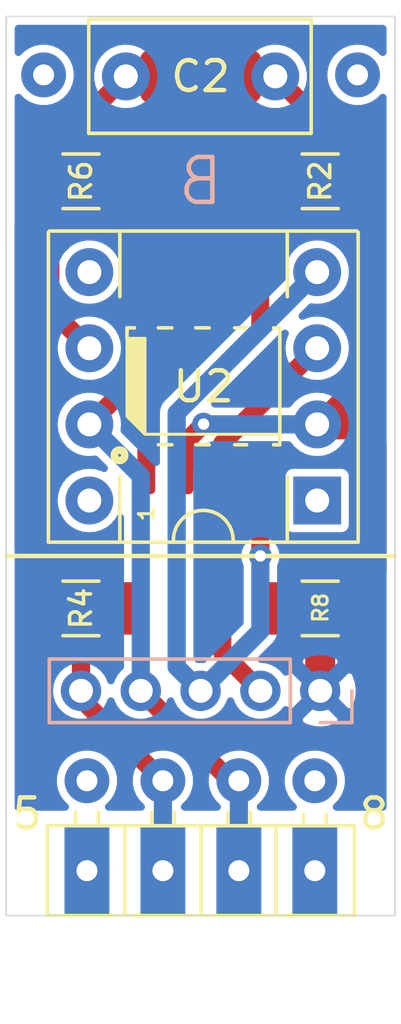
<source format=kicad_pcb>
(kicad_pcb (version 20171130) (host pcbnew "(5.1.2-1)-1")

  (general
    (thickness 0.8)
    (drawings 8)
    (tracks 59)
    (zones 0)
    (modules 10)
    (nets 16)
  )

  (page A4)
  (layers
    (0 F.Cu signal)
    (31 B.Cu signal)
    (32 B.Adhes user hide)
    (33 F.Adhes user hide)
    (36 B.SilkS user)
    (37 F.SilkS user)
    (38 B.Mask user)
    (39 F.Mask user)
    (40 Dwgs.User user)
    (41 Cmts.User user hide)
    (44 Edge.Cuts user)
    (45 Margin user hide)
    (46 B.CrtYd user hide)
    (47 F.CrtYd user)
    (48 B.Fab user hide)
    (49 F.Fab user hide)
  )

  (setup
    (last_trace_width 0.1524)
    (user_trace_width 0.25)
    (user_trace_width 0.28)
    (user_trace_width 0.3)
    (user_trace_width 0.35)
    (user_trace_width 0.4)
    (user_trace_width 0.5)
    (user_trace_width 1)
    (trace_clearance 0.1524)
    (zone_clearance 0.254)
    (zone_45_only no)
    (trace_min 0.1524)
    (via_size 0.508)
    (via_drill 0.254)
    (via_min_size 0.508)
    (via_min_drill 0.254)
    (uvia_size 0.508)
    (uvia_drill 0.254)
    (uvias_allowed no)
    (uvia_min_size 0.2)
    (uvia_min_drill 0.1)
    (edge_width 0.15)
    (segment_width 0.1)
    (pcb_text_width 0.3)
    (pcb_text_size 1.5 1.5)
    (mod_edge_width 0.15)
    (mod_text_size 1 1)
    (mod_text_width 0.15)
    (pad_size 1.5 1.5)
    (pad_drill 0.7)
    (pad_to_mask_clearance 0.051)
    (solder_mask_min_width 0.25)
    (aux_axis_origin 0 0)
    (grid_origin 125 89)
    (visible_elements FFFFFF7F)
    (pcbplotparams
      (layerselection 0x010fc_ffffffff)
      (usegerberextensions false)
      (usegerberattributes false)
      (usegerberadvancedattributes false)
      (creategerberjobfile false)
      (excludeedgelayer true)
      (linewidth 0.100000)
      (plotframeref false)
      (viasonmask false)
      (mode 1)
      (useauxorigin false)
      (hpglpennumber 1)
      (hpglpenspeed 20)
      (hpglpendiameter 15.000000)
      (psnegative false)
      (psa4output false)
      (plotreference true)
      (plotvalue true)
      (plotinvisibletext false)
      (padsonsilk false)
      (subtractmaskfromsilk false)
      (outputformat 1)
      (mirror false)
      (drillshape 1)
      (scaleselection 1)
      (outputdirectory ""))
  )

  (net 0 "")
  (net 1 "Net-(C2-Pad2)")
  (net 2 "Net-(C2-Pad1)")
  (net 3 "Net-(J1-Pad1)")
  (net 4 "Net-(R6-Pad2)")
  (net 5 "Net-(U2-Pad8)")
  (net 6 "Net-(U2-Pad5)")
  (net 7 "Net-(U2-Pad1)")
  (net 8 "Net-(J12-Pad4)")
  (net 9 "Net-(J12-Pad1)")
  (net 10 "Net-(J14-Pad1)")
  (net 11 "Net-(J16-Pad1)")
  (net 12 "Net-(J1-Pad4)")
  (net 13 "Net-(J1-Pad5)")
  (net 14 "Net-(J1-Pad2)")
  (net 15 "Net-(J1-Pad3)")

  (net_class Default "This is the default net class."
    (clearance 0.1524)
    (trace_width 0.1524)
    (via_dia 0.508)
    (via_drill 0.254)
    (uvia_dia 0.508)
    (uvia_drill 0.254)
  )

  (net_class SMD ""
    (clearance 0.1524)
    (trace_width 0.254)
    (via_dia 0.508)
    (via_drill 0.254)
    (uvia_dia 0.508)
    (uvia_drill 0.254)
  )

  (net_class grounds ""
    (clearance 0.254)
    (trace_width 1)
    (via_dia 0.762)
    (via_drill 0.381)
    (uvia_dia 0.762)
    (uvia_drill 0.381)
  )

  (net_class power ""
    (clearance 0.254)
    (trace_width 1)
    (via_dia 0.762)
    (via_drill 0.254)
    (uvia_dia 0.508)
    (uvia_drill 0.254)
  )

  (net_class signal ""
    (clearance 0.2)
    (trace_width 0.6096)
    (via_dia 0.762)
    (via_drill 0.381)
    (uvia_dia 0.762)
    (uvia_drill 0.381)
    (add_net "Net-(C2-Pad1)")
    (add_net "Net-(C2-Pad2)")
    (add_net "Net-(J1-Pad1)")
    (add_net "Net-(J1-Pad2)")
    (add_net "Net-(J1-Pad3)")
    (add_net "Net-(J1-Pad4)")
    (add_net "Net-(J1-Pad5)")
    (add_net "Net-(J12-Pad1)")
    (add_net "Net-(J12-Pad4)")
    (add_net "Net-(J14-Pad1)")
    (add_net "Net-(J16-Pad1)")
    (add_net "Net-(R6-Pad2)")
    (add_net "Net-(U2-Pad1)")
    (add_net "Net-(U2-Pad5)")
    (add_net "Net-(U2-Pad8)")
  )

  (net_class soic ""
    (clearance 0.1524)
    (trace_width 0.4)
    (via_dia 0.508)
    (via_drill 0.254)
    (uvia_dia 0.508)
    (uvia_drill 0.254)
  )

  (module "Duallys:R_0805(1206)combo" (layer F.Cu) (tedit 5FE133FD) (tstamp 5FDB751B)
    (at 135.5 78.75 180)
    (descr "Resistor SMD 1206 (3216 Metric), square (rectangular) end terminal, IPC_7351 nominal, (Body size source: http://www.tortai-tech.com/upload/download/2011102023233369053.pdf), generated with kicad-footprint-generator")
    (tags resistor)
    (path /64E9D145)
    (attr smd)
    (fp_text reference R8 (at -0.01 0.02 270) (layer F.SilkS)
      (effects (font (size 0.5 0.5) (thickness 0.1)))
    )
    (fp_text value 21R5 (at 0 1.82) (layer F.Fab)
      (effects (font (size 1 1) (thickness 0.15)))
    )
    (fp_text user %R (at 0 0) (layer F.Fab)
      (effects (font (size 0.8 0.8) (thickness 0.12)))
    )
    (fp_line (start 2.28 1.12) (end -2.28 1.12) (layer F.CrtYd) (width 0.05))
    (fp_line (start 2.28 -1.12) (end 2.28 1.12) (layer F.CrtYd) (width 0.05))
    (fp_line (start -2.28 -1.12) (end 2.28 -1.12) (layer F.CrtYd) (width 0.05))
    (fp_line (start -2.28 1.12) (end -2.28 -1.12) (layer F.CrtYd) (width 0.05))
    (fp_line (start -0.602064 0.91) (end 0.602064 0.91) (layer F.SilkS) (width 0.12))
    (fp_line (start -0.602064 -0.91) (end 0.602064 -0.91) (layer F.SilkS) (width 0.12))
    (fp_line (start 1.6 0.8) (end -1.6 0.8) (layer F.Fab) (width 0.1))
    (fp_line (start 1.6 -0.8) (end 1.6 0.8) (layer F.Fab) (width 0.1))
    (fp_line (start -1.6 -0.8) (end 1.6 -0.8) (layer F.Fab) (width 0.1))
    (fp_line (start -1.6 0.8) (end -1.6 -0.8) (layer F.Fab) (width 0.1))
    (pad 2 smd roundrect (at 1.025 0 180) (size 1.15 1.4) (layers F.Cu F.Paste F.Mask) (roundrect_rratio 0.217)
      (net 3 "Net-(J1-Pad1)"))
    (pad 1 smd roundrect (at -1.025 0 180) (size 1.15 1.4) (layers F.Cu F.Paste F.Mask) (roundrect_rratio 0.217)
      (net 2 "Net-(C2-Pad1)"))
    (pad 2 smd roundrect (at 1.4 0 180) (size 1.25 1.75) (layers F.Cu F.Paste F.Mask) (roundrect_rratio 0.2)
      (net 3 "Net-(J1-Pad1)"))
    (pad 1 smd roundrect (at -1.4 0 180) (size 1.25 1.75) (layers F.Cu F.Paste F.Mask) (roundrect_rratio 0.2)
      (net 2 "Net-(C2-Pad1)"))
    (model ${KISYS3DMOD}/Resistor_SMD.3dshapes/R_0805_2012Metric.wrl
      (at (xyz 0 0 0))
      (scale (xyz 1 1 1))
      (rotate (xyz 0 0 0))
    )
  )

  (module Duallys:Kemet-33nF (layer F.Cu) (tedit 5FDBED7D) (tstamp 5FD6C921)
    (at 134 61 180)
    (descr "C, Rect series, Radial, pin pitch=5.00mm, , length*width=7.2*5.5mm^2, Capacitor, http://www.wima.com/EN/WIMA_FKS_2.pdf")
    (tags "C Rect series Radial pin pitch 5.00mm  length 7.2mm width 5.5mm Capacitor")
    (path /64E9A2A2)
    (fp_text reference C2 (at 2.5 0) (layer F.SilkS)
      (effects (font (size 1 1) (thickness 0.15)))
    )
    (fp_text value 33n (at 2.5 3.6) (layer F.SilkS) hide
      (effects (font (size 1 1) (thickness 0.15)))
    )
    (fp_line (start 6.35 -2) (end -1.3 -2) (layer F.CrtYd) (width 0.05))
    (fp_line (start 6.35 2) (end 6.35 -2) (layer F.CrtYd) (width 0.05))
    (fp_line (start -1.3 2) (end 6.35 2) (layer F.CrtYd) (width 0.05))
    (fp_line (start -1.3 -2) (end -1.3 2) (layer F.CrtYd) (width 0.05))
    (fp_line (start 6.24 -1.9) (end 6.24 1.9) (layer F.SilkS) (width 0.12))
    (fp_line (start -1.2 -1.9) (end -1.2 1.9) (layer F.SilkS) (width 0.12))
    (fp_line (start -1.2 1.9) (end 6.24 1.9) (layer F.SilkS) (width 0.12))
    (fp_line (start -1.2 -1.9) (end 6.24 -1.9) (layer F.SilkS) (width 0.12))
    (fp_line (start 6.1 -1.75) (end -1.1 -1.75) (layer F.Fab) (width 0.1))
    (fp_line (start 6.1 1.75) (end 6.1 -1.75) (layer F.Fab) (width 0.1))
    (fp_line (start -1.1 1.75) (end 6.1 1.75) (layer F.Fab) (width 0.1))
    (fp_line (start -1.1 -1.75) (end -1.1 1.75) (layer F.Fab) (width 0.1))
    (pad 2 smd roundrect (at 3.9 0 180) (size 1.25 1.75) (layers F.Cu F.Paste F.Mask) (roundrect_rratio 0.25)
      (net 1 "Net-(C2-Pad2)"))
    (pad 1 smd roundrect (at 1.1 0 180) (size 1.25 1.75) (layers F.Cu F.Paste F.Mask) (roundrect_rratio 0.25)
      (net 2 "Net-(C2-Pad1)"))
    (pad 2 thru_hole circle (at 5 0 180) (size 1.6 1.6) (drill 0.8) (layers *.Cu *.Mask)
      (net 1 "Net-(C2-Pad2)"))
    (pad 1 thru_hole circle (at 0 0 180) (size 1.6 1.6) (drill 0.8) (layers *.Cu *.Mask)
      (net 2 "Net-(C2-Pad1)"))
    (model ${KIPRJMOD}/Lib/3D/Kem-PHE-33n.step
      (at (xyz 0 0 0))
      (scale (xyz 1 1 1))
      (rotate (xyz 0 0 0))
    )
  )

  (module Duallys:DIPSO_Socket_LOMC-Single (layer F.Cu) (tedit 5F85D809) (tstamp 5FDBF10E)
    (at 135.4 75.15 180)
    (descr "8-lead though-hole mounted DIP package, row spacing 7.62 mm (300 mils), Socket")
    (tags "THT DIP DIL PDIP 2.54mm 7.62mm 300mil Socket")
    (path /6497E1F1)
    (fp_text reference U2 (at 3.8 3.8) (layer F.SilkS)
      (effects (font (size 1 1) (thickness 0.15)))
    )
    (fp_text value OPA1611 (at 3.81 9.95) (layer F.Fab)
      (effects (font (size 1 1) (thickness 0.15)))
    )
    (fp_line (start 1 -1.3) (end 1 0.8) (layer F.SilkS) (width 0.12))
    (fp_line (start 6.6 -1.3) (end 6.6 0.8) (layer F.SilkS) (width 0.12))
    (fp_line (start 6.6 8.9) (end 6.6 6.8) (layer F.SilkS) (width 0.12))
    (fp_line (start 1 6.8) (end 1 8.9) (layer F.SilkS) (width 0.12))
    (fp_line (start 6.36 5.76) (end 6.11 5.76) (layer F.SilkS) (width 0.12))
    (fp_line (start 6.36 5.41) (end 6.36 5.76) (layer F.SilkS) (width 0.12))
    (fp_poly (pts (xy 5.76 2.21) (xy 6.36 2.81) (xy 6.36 5.41) (xy 5.76 5.41)) (layer F.SilkS) (width 0.1))
    (fp_text user 1 (at 5.71 -0.44 90 unlocked) (layer F.SilkS)
      (effects (font (size 0.5 0.5) (thickness 0.1)))
    )
    (fp_circle (center 6.61 1.51) (end 6.61 1.56) (layer F.SilkS) (width 0.12))
    (fp_line (start 1.26 2.21) (end 5.76 2.21) (layer F.SilkS) (width 0.1))
    (fp_circle (center 6.61 1.51) (end 6.61 1.71) (layer F.SilkS) (width 0.2))
    (fp_line (start 1.25 5.76) (end 1.46 5.76) (layer F.SilkS) (width 0.12))
    (fp_line (start 1.25 1.86) (end 1.46 1.86) (layer F.SilkS) (width 0.12))
    (fp_line (start 2.76 5.76) (end 2.36 5.76) (layer F.SilkS) (width 0.12))
    (fp_line (start 4.06 5.76) (end 3.61 5.76) (layer F.SilkS) (width 0.12))
    (fp_line (start 5.31 5.76) (end 4.86 5.76) (layer F.SilkS) (width 0.12))
    (fp_line (start 2.76 1.86) (end 2.36 1.86) (layer F.SilkS) (width 0.12))
    (fp_line (start 4.06 1.86) (end 3.61 1.86) (layer F.SilkS) (width 0.12))
    (fp_line (start 5.31 1.86) (end 4.86 1.86) (layer F.SilkS) (width 0.12))
    (fp_line (start 1.25 3.81) (end 1.25 1.86) (layer F.SilkS) (width 0.12))
    (fp_line (start 1.25 3.81) (end 1.25 5.76) (layer F.SilkS) (width 0.12))
    (fp_text user %R (at 3.81 3.81) (layer F.Fab)
      (effects (font (size 1 1) (thickness 0.15)))
    )
    (fp_line (start 9.1 -1.5) (end -1.5 -1.5) (layer F.CrtYd) (width 0.05))
    (fp_line (start 9.1 9.1) (end 9.1 -1.5) (layer F.CrtYd) (width 0.05))
    (fp_line (start -1.5 9.1) (end 9.1 9.1) (layer F.CrtYd) (width 0.05))
    (fp_line (start -1.5 -1.5) (end -1.5 9.1) (layer F.CrtYd) (width 0.05))
    (fp_line (start 8.95 -1.39) (end -1.33 -1.39) (layer F.SilkS) (width 0.12))
    (fp_line (start 8.99 8.95) (end 8.99 -1.39) (layer F.SilkS) (width 0.12))
    (fp_line (start -1.33 8.99) (end 8.95 8.99) (layer F.SilkS) (width 0.12))
    (fp_line (start -1.37 -1.39) (end -1.37 8.95) (layer F.SilkS) (width 0.12))
    (fp_line (start 8.89 -1.27) (end -1.27 -1.27) (layer F.Fab) (width 0.1))
    (fp_line (start 8.89 8.89) (end 8.89 -1.27) (layer F.Fab) (width 0.1))
    (fp_line (start -1.27 8.89) (end 8.89 8.89) (layer F.Fab) (width 0.1))
    (fp_line (start -1.27 -1.27) (end -1.27 8.89) (layer F.Fab) (width 0.1))
    (fp_arc (start 3.81 -1.33) (end 2.81 -1.33) (angle -180) (layer F.SilkS) (width 0.12))
    (pad "" smd roundrect (at 5.715 6.535 90) (size 1.75 0.6) (layers F.Cu F.Paste F.Mask) (roundrect_rratio 0.25))
    (pad 7 smd roundrect (at 4.445 6.535 90) (size 1.75 0.6) (layers F.Cu F.Paste F.Mask) (roundrect_rratio 0.25)
      (net 12 "Net-(J1-Pad4)"))
    (pad 6 smd roundrect (at 3.175 6.535 90) (size 1.75 0.6) (layers F.Cu F.Paste F.Mask) (roundrect_rratio 0.25)
      (net 4 "Net-(R6-Pad2)"))
    (pad "" smd roundrect (at 1.905 6.535 90) (size 1.75 0.6) (layers F.Cu F.Paste F.Mask) (roundrect_rratio 0.25))
    (pad 4 smd roundrect (at 1.905 1.085 90) (size 1.75 0.6) (layers F.Cu F.Paste F.Mask) (roundrect_rratio 0.25)
      (net 15 "Net-(J1-Pad3)"))
    (pad 3 smd roundrect (at 3.175 1.085 90) (size 1.75 0.6) (layers F.Cu F.Paste F.Mask) (roundrect_rratio 0.25)
      (net 14 "Net-(J1-Pad2)"))
    (pad 2 smd roundrect (at 4.445 1.085 90) (size 1.75 0.6) (layers F.Cu F.Paste F.Mask) (roundrect_rratio 0.25)
      (net 2 "Net-(C2-Pad1)"))
    (pad "" smd roundrect (at 5.715 1.085 90) (size 1.75 0.6) (layers F.Cu F.Paste F.Mask) (roundrect_rratio 0.25))
    (pad 8 thru_hole oval (at 7.62 0 180) (size 1.6 1.6) (drill 0.8) (layers *.Cu *.Mask)
      (net 5 "Net-(U2-Pad8)"))
    (pad 4 thru_hole oval (at 0 7.62 180) (size 1.6 1.6) (drill 0.8) (layers *.Cu *.Mask)
      (net 15 "Net-(J1-Pad3)"))
    (pad 7 thru_hole oval (at 7.62 2.54 180) (size 1.6 1.6) (drill 0.8) (layers *.Cu *.Mask)
      (net 12 "Net-(J1-Pad4)"))
    (pad 3 thru_hole oval (at 0 5.08 180) (size 1.6 1.6) (drill 0.8) (layers *.Cu *.Mask)
      (net 14 "Net-(J1-Pad2)"))
    (pad 6 thru_hole oval (at 7.62 5.08 180) (size 1.6 1.6) (drill 0.8) (layers *.Cu *.Mask)
      (net 4 "Net-(R6-Pad2)"))
    (pad 2 thru_hole oval (at 0 2.54 180) (size 1.6 1.6) (drill 0.8) (layers *.Cu *.Mask)
      (net 2 "Net-(C2-Pad1)"))
    (pad 5 thru_hole oval (at 7.62 7.62 180) (size 1.6 1.6) (drill 0.8) (layers *.Cu *.Mask)
      (net 6 "Net-(U2-Pad5)"))
    (pad 1 thru_hole rect (at 0 0 180) (size 1.6 1.6) (drill 0.8) (layers *.Cu *.Mask)
      (net 7 "Net-(U2-Pad1)"))
    (model ${KISYS3DMOD}/Package_DIP.3dshapes/DIP-8_W7.62mm_Socket.wrl
      (at (xyz 0 0 0))
      (scale (xyz 1 1 1))
      (rotate (xyz 0 0 0))
    )
  )

  (module Duallys:ThruPoint_THT_D1.5mm_Drill0.7mm (layer F.Cu) (tedit 5FD4F26B) (tstamp 5FD6537A)
    (at 126.25 60.95)
    (descr "THT pad as test Point, diameter 1.5mm, hole diameter 0.7mm")
    (tags "test point THT pad")
    (path /5FD68FBA)
    (attr virtual)
    (fp_text reference J14 (at 0 -1.648) (layer F.Fab)
      (effects (font (size 1 1) (thickness 0.15)))
    )
    (fp_text value Supt (at 0 1.75) (layer F.Fab)
      (effects (font (size 1 1) (thickness 0.15)))
    )
    (fp_text user %R (at 0 -1.65) (layer F.Fab)
      (effects (font (size 1 1) (thickness 0.15)))
    )
    (pad 1 thru_hole circle (at 0 0) (size 1.5 1.5) (drill 0.7) (layers *.Cu *.Mask)
      (net 10 "Net-(J14-Pad1)"))
  )

  (module Duallys:ThruPoint_THT_D1.5mm_Drill0.7mm (layer F.Cu) (tedit 5FD4F26B) (tstamp 5FD65386)
    (at 136.75 60.95)
    (descr "THT pad as test Point, diameter 1.5mm, hole diameter 0.7mm")
    (tags "test point THT pad")
    (path /5FD68062)
    (attr virtual)
    (fp_text reference J16 (at 0 -1.648) (layer F.Fab)
      (effects (font (size 1 1) (thickness 0.15)))
    )
    (fp_text value Supt (at 0 1.75) (layer F.Fab)
      (effects (font (size 1 1) (thickness 0.15)))
    )
    (fp_text user %R (at 0 -1.65) (layer F.Fab)
      (effects (font (size 1 1) (thickness 0.15)))
    )
    (pad 1 thru_hole circle (at 0 0) (size 1.5 1.5) (drill 0.7) (layers *.Cu *.Mask)
      (net 11 "Net-(J16-Pad1)"))
  )

  (module Duallys:Combo-4P-Preci-2 (layer F.Cu) (tedit 5FD78565) (tstamp 5FD7F847)
    (at 127.7 84.5)
    (descr "Through hole angled pin header, 1x04, 2.54mm pitch, 6mm pin length, single row")
    (tags "Through hole angled pin header THT 1x04 2.54mm single row")
    (path /5F617894)
    (fp_text reference J12 (at 3.86 -1.67) (layer F.SilkS) hide
      (effects (font (size 1 1) (thickness 0.15)))
    )
    (fp_text value Conn_01x04 (at 4.14 8.96) (layer F.Fab)
      (effects (font (size 1 1) (thickness 0.15)))
    )
    (fp_text user %R (at 3.82 5.94) (layer F.Fab)
      (effects (font (size 1 1) (thickness 0.15)))
    )
    (fp_line (start 8.92 8.1) (end 8.92 -0.9) (layer F.CrtYd) (width 0.05))
    (fp_line (start -1.33 8.1) (end 8.92 8.1) (layer F.CrtYd) (width 0.05))
    (fp_line (start -1.33 -0.9) (end -1.33 8.1) (layer F.CrtYd) (width 0.05))
    (fp_line (start 8.92 -0.9) (end -1.33 -0.9) (layer F.CrtYd) (width 0.05))
    (fp_line (start -0.38 1.042929) (end -0.38 1.44) (layer F.SilkS) (width 0.12))
    (fp_line (start 0.38 1.042929) (end 0.38 1.44) (layer F.SilkS) (width 0.12))
    (fp_line (start 1.27 1.5) (end 1.27 4.5) (layer F.SilkS) (width 0.12))
    (fp_line (start 2.16 1.042929) (end 2.16 1.44) (layer F.SilkS) (width 0.12))
    (fp_line (start 2.92 1.042929) (end 2.92 1.44) (layer F.SilkS) (width 0.12))
    (fp_line (start 3.82 1.5) (end 3.82 4.5) (layer F.SilkS) (width 0.12))
    (fp_line (start 4.7 1.042929) (end 4.7 1.44) (layer F.SilkS) (width 0.12))
    (fp_line (start 5.46 1.042929) (end 5.46 1.44) (layer F.SilkS) (width 0.12))
    (fp_line (start 6.32 1.5) (end 6.32 4.5) (layer F.SilkS) (width 0.12))
    (fp_line (start 7.24 1.11) (end 7.24 1.44) (layer F.SilkS) (width 0.12))
    (fp_line (start 8 1.11) (end 8 1.44) (layer F.SilkS) (width 0.12))
    (fp_line (start 8.95 4.5) (end 8.95 1.5) (layer F.SilkS) (width 0.12))
    (fp_line (start -1.33 4.5) (end 8.95 4.5) (layer F.SilkS) (width 0.12))
    (fp_line (start -1.33 1.5) (end -1.33 4.5) (layer F.SilkS) (width 0.12))
    (fp_line (start 8.95 1.5) (end -1.33 1.5) (layer F.SilkS) (width 0.12))
    (fp_line (start -0.32 4.54) (end -0.32 8) (layer F.Fab) (width 0.1))
    (fp_line (start 0.32 8) (end -0.32 8) (layer F.Fab) (width 0.1))
    (fp_line (start 0.32 4.54) (end 0.32 8) (layer F.Fab) (width 0.1))
    (fp_line (start -0.32 0) (end -0.32 1.5) (layer F.Fab) (width 0.1))
    (fp_line (start 0.32 0) (end -0.32 0) (layer F.Fab) (width 0.1))
    (fp_line (start 0.32 0) (end 0.32 1.5) (layer F.Fab) (width 0.1))
    (fp_line (start 2.22 4.54) (end 2.22 8) (layer F.Fab) (width 0.1))
    (fp_line (start 2.86 8) (end 2.22 8) (layer F.Fab) (width 0.1))
    (fp_line (start 2.86 4.54) (end 2.86 8) (layer F.Fab) (width 0.1))
    (fp_line (start 2.22 0) (end 2.22 1.5) (layer F.Fab) (width 0.1))
    (fp_line (start 2.86 0) (end 2.22 0) (layer F.Fab) (width 0.1))
    (fp_line (start 2.86 0) (end 2.86 1.5) (layer F.Fab) (width 0.1))
    (fp_line (start 4.76 4.54) (end 4.76 8) (layer F.Fab) (width 0.1))
    (fp_line (start 5.4 8) (end 4.76 8) (layer F.Fab) (width 0.1))
    (fp_line (start 5.4 4.54) (end 5.4 8) (layer F.Fab) (width 0.1))
    (fp_line (start 4.76 0) (end 4.76 1.5) (layer F.Fab) (width 0.1))
    (fp_line (start 5.4 0) (end 4.76 0) (layer F.Fab) (width 0.1))
    (fp_line (start 5.4 0) (end 5.4 1.5) (layer F.Fab) (width 0.1))
    (fp_line (start 7.3 4.54) (end 7.3 8) (layer F.Fab) (width 0.1))
    (fp_line (start 7.94 8) (end 7.3 8) (layer F.Fab) (width 0.1))
    (fp_line (start 7.94 4.54) (end 7.94 8) (layer F.Fab) (width 0.1))
    (fp_line (start 7.3 0) (end 7.3 1.5) (layer F.Fab) (width 0.1))
    (fp_line (start 7.94 0) (end 7.3 0) (layer F.Fab) (width 0.1))
    (fp_line (start 7.94 0) (end 7.94 1.5) (layer F.Fab) (width 0.1))
    (fp_line (start 8.27 1.55) (end 8.89 2.135) (layer F.Fab) (width 0.1))
    (fp_line (start -1.28 1.55) (end 8.27 1.55) (layer F.Fab) (width 0.1))
    (fp_line (start -1.28 4.5) (end -1.28 1.55) (layer F.Fab) (width 0.1))
    (fp_line (start 8.88 4.5) (end -1.28 4.5) (layer F.Fab) (width 0.1))
    (fp_line (start 8.89 2.135) (end 8.88 4.5) (layer F.Fab) (width 0.1))
    (pad 1 thru_hole rect (at 0 3 270) (size 3 1.5) (drill 0.7) (layers *.Cu *.Mask)
      (net 9 "Net-(J12-Pad1)"))
    (pad 2 thru_hole rect (at 2.54 3 270) (size 3 1.5) (drill 0.7) (layers *.Cu *.Mask)
      (net 13 "Net-(J1-Pad5)"))
    (pad 3 thru_hole rect (at 5.08 3 270) (size 3 1.5) (drill 0.7) (layers *.Cu *.Mask)
      (net 12 "Net-(J1-Pad4)"))
    (pad 4 thru_hole rect (at 7.62 3 270) (size 3 1.5) (drill 0.7) (layers *.Cu *.Mask)
      (net 8 "Net-(J12-Pad4)"))
    (pad 1 thru_hole circle (at 0 0 270) (size 1.5 1.5) (drill 0.7) (layers *.Cu *.Mask)
      (net 9 "Net-(J12-Pad1)"))
    (pad 2 thru_hole circle (at 2.54 0 270) (size 1.5 1.5) (drill 0.7) (layers *.Cu *.Mask)
      (net 13 "Net-(J1-Pad5)"))
    (pad 3 thru_hole circle (at 5.08 0 270) (size 1.5 1.5) (drill 0.7) (layers *.Cu *.Mask)
      (net 12 "Net-(J1-Pad4)"))
    (pad 4 thru_hole circle (at 7.62 0 270) (size 1.5 1.5) (drill 0.7) (layers *.Cu *.Mask)
      (net 8 "Net-(J12-Pad4)"))
    (model ${KIPRJMOD}/lib/3d/preci-dip_399.stp
      (offset (xyz 3.81 -1.55 1.27))
      (scale (xyz 1 1 1))
      (rotate (xyz 0 180 180))
    )
  )

  (module Resistor_SMD:R_1206_3216Metric (layer F.Cu) (tedit 5B301BBD) (tstamp 5FDB74BB)
    (at 135.5 64.5)
    (descr "Resistor SMD 1206 (3216 Metric), square (rectangular) end terminal, IPC_7351 nominal, (Body size source: http://www.tortai-tech.com/upload/download/2011102023233369053.pdf), generated with kicad-footprint-generator")
    (tags resistor)
    (path /64E97252)
    (attr smd)
    (fp_text reference R2 (at 0 0 90) (layer F.SilkS)
      (effects (font (size 0.7 0.7) (thickness 0.12)))
    )
    (fp_text value 2k26 (at 0 1.82) (layer F.Fab)
      (effects (font (size 1 1) (thickness 0.15)))
    )
    (fp_text user %R (at 0 0) (layer F.Fab)
      (effects (font (size 0.8 0.8) (thickness 0.12)))
    )
    (fp_line (start 2.28 1.12) (end -2.28 1.12) (layer F.CrtYd) (width 0.05))
    (fp_line (start 2.28 -1.12) (end 2.28 1.12) (layer F.CrtYd) (width 0.05))
    (fp_line (start -2.28 -1.12) (end 2.28 -1.12) (layer F.CrtYd) (width 0.05))
    (fp_line (start -2.28 1.12) (end -2.28 -1.12) (layer F.CrtYd) (width 0.05))
    (fp_line (start -0.602064 0.91) (end 0.602064 0.91) (layer F.SilkS) (width 0.12))
    (fp_line (start -0.602064 -0.91) (end 0.602064 -0.91) (layer F.SilkS) (width 0.12))
    (fp_line (start 1.6 0.8) (end -1.6 0.8) (layer F.Fab) (width 0.1))
    (fp_line (start 1.6 -0.8) (end 1.6 0.8) (layer F.Fab) (width 0.1))
    (fp_line (start -1.6 -0.8) (end 1.6 -0.8) (layer F.Fab) (width 0.1))
    (fp_line (start -1.6 0.8) (end -1.6 -0.8) (layer F.Fab) (width 0.1))
    (pad 2 smd roundrect (at 1.4 0) (size 1.25 1.75) (layers F.Cu F.Paste F.Mask) (roundrect_rratio 0.2)
      (net 2 "Net-(C2-Pad1)"))
    (pad 1 smd roundrect (at -1.4 0) (size 1.25 1.75) (layers F.Cu F.Paste F.Mask) (roundrect_rratio 0.2)
      (net 1 "Net-(C2-Pad2)"))
    (model ${KISYS3DMOD}/Resistor_SMD.3dshapes/R_1206_3216Metric.wrl
      (at (xyz 0 0 0))
      (scale (xyz 1 1 1))
      (rotate (xyz 0 0 0))
    )
  )

  (module Resistor_SMD:R_1206_3216Metric (layer F.Cu) (tedit 5B301BBD) (tstamp 5FDB74DB)
    (at 127.5 78.75 180)
    (descr "Resistor SMD 1206 (3216 Metric), square (rectangular) end terminal, IPC_7351 nominal, (Body size source: http://www.tortai-tech.com/upload/download/2011102023233369053.pdf), generated with kicad-footprint-generator")
    (tags resistor)
    (path /6554D49A)
    (attr smd)
    (fp_text reference R4 (at 0 0 270) (layer F.SilkS)
      (effects (font (size 0.7 0.7) (thickness 0.12)))
    )
    (fp_text value 3k (at 0 1.82) (layer F.Fab)
      (effects (font (size 1 1) (thickness 0.15)))
    )
    (fp_text user %R (at 0 0) (layer F.Fab)
      (effects (font (size 0.8 0.8) (thickness 0.12)))
    )
    (fp_line (start 2.28 1.12) (end -2.28 1.12) (layer F.CrtYd) (width 0.05))
    (fp_line (start 2.28 -1.12) (end 2.28 1.12) (layer F.CrtYd) (width 0.05))
    (fp_line (start -2.28 -1.12) (end 2.28 -1.12) (layer F.CrtYd) (width 0.05))
    (fp_line (start -2.28 1.12) (end -2.28 -1.12) (layer F.CrtYd) (width 0.05))
    (fp_line (start -0.602064 0.91) (end 0.602064 0.91) (layer F.SilkS) (width 0.12))
    (fp_line (start -0.602064 -0.91) (end 0.602064 -0.91) (layer F.SilkS) (width 0.12))
    (fp_line (start 1.6 0.8) (end -1.6 0.8) (layer F.Fab) (width 0.1))
    (fp_line (start 1.6 -0.8) (end 1.6 0.8) (layer F.Fab) (width 0.1))
    (fp_line (start -1.6 -0.8) (end 1.6 -0.8) (layer F.Fab) (width 0.1))
    (fp_line (start -1.6 0.8) (end -1.6 -0.8) (layer F.Fab) (width 0.1))
    (pad 2 smd roundrect (at 1.4 0 180) (size 1.25 1.75) (layers F.Cu F.Paste F.Mask) (roundrect_rratio 0.2)
      (net 1 "Net-(C2-Pad2)"))
    (pad 1 smd roundrect (at -1.4 0 180) (size 1.25 1.75) (layers F.Cu F.Paste F.Mask) (roundrect_rratio 0.2)
      (net 13 "Net-(J1-Pad5)"))
    (model ${KISYS3DMOD}/Resistor_SMD.3dshapes/R_1206_3216Metric.wrl
      (at (xyz 0 0 0))
      (scale (xyz 1 1 1))
      (rotate (xyz 0 0 0))
    )
  )

  (module Resistor_SMD:R_1206_3216Metric (layer F.Cu) (tedit 5B301BBD) (tstamp 5FDB74FB)
    (at 127.5 64.5)
    (descr "Resistor SMD 1206 (3216 Metric), square (rectangular) end terminal, IPC_7351 nominal, (Body size source: http://www.tortai-tech.com/upload/download/2011102023233369053.pdf), generated with kicad-footprint-generator")
    (tags resistor)
    (path /6554A433)
    (attr smd)
    (fp_text reference R6 (at 0 0 90) (layer F.SilkS)
      (effects (font (size 0.7 0.7) (thickness 0.12)))
    )
    (fp_text value 75 (at 0 1.82) (layer F.Fab)
      (effects (font (size 1 1) (thickness 0.15)))
    )
    (fp_text user %R (at 0 0) (layer F.Fab)
      (effects (font (size 0.8 0.8) (thickness 0.12)))
    )
    (fp_line (start 2.28 1.12) (end -2.28 1.12) (layer F.CrtYd) (width 0.05))
    (fp_line (start 2.28 -1.12) (end 2.28 1.12) (layer F.CrtYd) (width 0.05))
    (fp_line (start -2.28 -1.12) (end 2.28 -1.12) (layer F.CrtYd) (width 0.05))
    (fp_line (start -2.28 1.12) (end -2.28 -1.12) (layer F.CrtYd) (width 0.05))
    (fp_line (start -0.602064 0.91) (end 0.602064 0.91) (layer F.SilkS) (width 0.12))
    (fp_line (start -0.602064 -0.91) (end 0.602064 -0.91) (layer F.SilkS) (width 0.12))
    (fp_line (start 1.6 0.8) (end -1.6 0.8) (layer F.Fab) (width 0.1))
    (fp_line (start 1.6 -0.8) (end 1.6 0.8) (layer F.Fab) (width 0.1))
    (fp_line (start -1.6 -0.8) (end 1.6 -0.8) (layer F.Fab) (width 0.1))
    (fp_line (start -1.6 0.8) (end -1.6 -0.8) (layer F.Fab) (width 0.1))
    (pad 2 smd roundrect (at 1.4 0) (size 1.25 1.75) (layers F.Cu F.Paste F.Mask) (roundrect_rratio 0.2)
      (net 4 "Net-(R6-Pad2)"))
    (pad 1 smd roundrect (at -1.4 0) (size 1.25 1.75) (layers F.Cu F.Paste F.Mask) (roundrect_rratio 0.2)
      (net 1 "Net-(C2-Pad2)"))
    (model ${KISYS3DMOD}/Resistor_SMD.3dshapes/R_1206_3216Metric.wrl
      (at (xyz 0 0 0))
      (scale (xyz 1 1 1))
      (rotate (xyz 0 0 0))
    )
  )

  (module Duallys:PinHeader_1x05_P2mm_WithOut (layer B.Cu) (tedit 5FDE3678) (tstamp 5FDE40C2)
    (at 135.5 81.5 90)
    (descr "Through hole straight pin header, 1x05, 2.00mm pitch, single row")
    (tags "Through hole pin header THT 1x05 2.00mm single row")
    (path /5FDE7706)
    (fp_text reference J2 (at 0 2.06 270) (layer B.SilkS) hide
      (effects (font (size 1 1) (thickness 0.15)) (justify mirror))
    )
    (fp_text value Conn_01x05 (at 0 -10.06 270) (layer B.Fab)
      (effects (font (size 1 1) (thickness 0.15)) (justify mirror))
    )
    (fp_text user %R (at 0 -4) (layer B.Fab)
      (effects (font (size 1 1) (thickness 0.15)) (justify mirror))
    )
    (fp_line (start 1.5 1.5) (end -1.5 1.5) (layer B.CrtYd) (width 0.05))
    (fp_line (start 1.5 -9.5) (end 1.5 1.5) (layer B.CrtYd) (width 0.05))
    (fp_line (start -1.5 -9.5) (end 1.5 -9.5) (layer B.CrtYd) (width 0.05))
    (fp_line (start -1.5 1.5) (end -1.5 -9.5) (layer B.CrtYd) (width 0.05))
    (fp_line (start -1.06 1.06) (end 0 1.06) (layer B.SilkS) (width 0.12))
    (fp_line (start -1.06 0) (end -1.06 1.06) (layer B.SilkS) (width 0.12))
    (fp_line (start -1.06 -1) (end 1.06 -1) (layer B.SilkS) (width 0.12))
    (fp_line (start 1.06 -1) (end 1.06 -9.06) (layer B.SilkS) (width 0.12))
    (fp_line (start -1.06 -1) (end -1.06 -9.06) (layer B.SilkS) (width 0.12))
    (fp_line (start -1.06 -9.06) (end 1.06 -9.06) (layer B.SilkS) (width 0.12))
    (fp_line (start -1 0.5) (end -0.5 1) (layer B.Fab) (width 0.1))
    (fp_line (start -1 -9) (end -1 0.5) (layer B.Fab) (width 0.1))
    (fp_line (start 1 -9) (end -1 -9) (layer B.Fab) (width 0.1))
    (fp_line (start 1 1) (end 1 -9) (layer B.Fab) (width 0.1))
    (fp_line (start -0.5 1) (end 1 1) (layer B.Fab) (width 0.1))
    (pad 5 thru_hole oval (at 0 -8 90) (size 1.35 1.35) (drill 0.8) (layers *.Cu *.Mask)
      (net 13 "Net-(J1-Pad5)"))
    (pad 4 thru_hole oval (at 0 -6 90) (size 1.35 1.35) (drill 0.8) (layers *.Cu *.Mask)
      (net 12 "Net-(J1-Pad4)"))
    (pad 3 thru_hole oval (at 0 -4 90) (size 1.35 1.35) (drill 0.8) (layers *.Cu *.Mask)
      (net 15 "Net-(J1-Pad3)"))
    (pad 2 thru_hole oval (at 0 -2 90) (size 1.35 1.35) (drill 0.8) (layers *.Cu *.Mask)
      (net 14 "Net-(J1-Pad2)"))
    (pad 1 thru_hole circle (at 0 0 90) (size 1.35 1.35) (drill 0.8) (layers *.Cu *.Mask)
      (net 3 "Net-(J1-Pad1)"))
  )

  (gr_text B (at 131.5 64.5) (layer B.SilkS) (tstamp 5FDFD051)
    (effects (font (size 1.5 1.5) (thickness 0.15)) (justify mirror))
  )
  (gr_text 8 (at 137.3 85.6) (layer F.SilkS)
    (effects (font (size 1 1) (thickness 0.15)))
  )
  (gr_text 5 (at 125.7 85.6) (layer F.SilkS)
    (effects (font (size 1 1) (thickness 0.15)))
  )
  (gr_line (start 125 89) (end 138 89) (layer Edge.Cuts) (width 0.05) (tstamp 5F6292F5))
  (gr_line (start 138 77) (end 125 77) (layer F.SilkS) (width 0.15))
  (gr_line (start 125 59) (end 125 89) (layer Edge.Cuts) (width 0.05))
  (gr_line (start 138 59) (end 125 59) (layer Edge.Cuts) (width 0.05))
  (gr_line (start 138 89) (end 138 59) (layer Edge.Cuts) (width 0.05))

  (segment (start 126.1 77.275) (end 126.1 78.25) (width 0.6096) (layer F.Cu) (net 1))
  (segment (start 126.1 63.9) (end 129 61) (width 0.6096) (layer F.Cu) (net 1))
  (segment (start 126.1 64.5) (end 126.1 63.9) (width 0.6096) (layer F.Cu) (net 1))
  (segment (start 130.6 61) (end 134.1 64.5) (width 0.6096) (layer F.Cu) (net 1))
  (segment (start 130.1 61) (end 130.6 61) (width 0.6096) (layer F.Cu) (net 1))
  (segment (start 126.1 65.475) (end 125.57981 65.99519) (width 0.6096) (layer F.Cu) (net 1))
  (segment (start 126.1 64.5) (end 126.1 65.475) (width 0.6096) (layer F.Cu) (net 1))
  (segment (start 125.57981 76.75481) (end 126.1 77.275) (width 0.6096) (layer F.Cu) (net 1))
  (segment (start 125.57981 65.99519) (end 125.57981 76.75481) (width 0.6096) (layer F.Cu) (net 1))
  (segment (start 129 61) (end 130.1 61) (width 0.6096) (layer F.Cu) (net 1))
  (via (at 131.6 72.6) (size 0.762) (drill 0.381) (layers F.Cu B.Cu) (net 2))
  (segment (start 136.9 71.11) (end 135.4 72.61) (width 0.6096) (layer F.Cu) (net 2))
  (segment (start 136.53137 72.61) (end 135.4 72.61) (width 1) (layer F.Cu) (net 2))
  (segment (start 136.9 77.775) (end 137.22499 77.45001) (width 1) (layer F.Cu) (net 2))
  (segment (start 136.9 78.75) (end 136.9 77.775) (width 1) (layer F.Cu) (net 2))
  (segment (start 137.22499 73.30362) (end 136.53137 72.61) (width 1) (layer F.Cu) (net 2))
  (segment (start 137.22499 77.45001) (end 137.22499 73.30362) (width 1) (layer F.Cu) (net 2))
  (segment (start 136.9 63.9) (end 134 61) (width 0.6096) (layer F.Cu) (net 2))
  (segment (start 136.9 64.5) (end 136.9 63.9) (width 0.6096) (layer F.Cu) (net 2))
  (segment (start 136.9 71.11) (end 136.9 64.5) (width 0.6096) (layer F.Cu) (net 2))
  (segment (start 134 61) (end 132.9 61) (width 0.6096) (layer F.Cu) (net 2))
  (segment (start 131.61 72.61) (end 131.6 72.6) (width 0.6096) (layer B.Cu) (net 2))
  (segment (start 135.4 72.61) (end 131.61 72.61) (width 0.6096) (layer B.Cu) (net 2))
  (segment (start 130.955 73.245) (end 130.955 74.065) (width 0.6096) (layer F.Cu) (net 2))
  (segment (start 131.6 72.6) (end 130.955 73.245) (width 0.6096) (layer F.Cu) (net 2))
  (segment (start 134 78.35) (end 134.1 78.25) (width 0.6096) (layer F.Cu) (net 3))
  (segment (start 135.5 80.15) (end 134.1 78.75) (width 1) (layer F.Cu) (net 3))
  (segment (start 135.5 81.5) (end 135.5 80.15) (width 1) (layer F.Cu) (net 3))
  (segment (start 127.78 70.07) (end 126.475199 68.765199) (width 0.6096) (layer F.Cu) (net 4))
  (segment (start 132.225 67.825) (end 132.225 68.615) (width 0.6096) (layer F.Cu) (net 4))
  (segment (start 128.9 64.5) (end 132.225 67.825) (width 0.6096) (layer F.Cu) (net 4))
  (segment (start 126.475199 66.924801) (end 128.9 64.5) (width 0.6096) (layer F.Cu) (net 4))
  (segment (start 126.475199 68.765199) (end 126.475199 66.924801) (width 0.6096) (layer F.Cu) (net 4))
  (segment (start 132.78 87.5) (end 132.78 84.5) (width 0.6096) (layer B.Cu) (net 12))
  (segment (start 130.955 69.435) (end 130.955 68.615) (width 0.6096) (layer F.Cu) (net 12))
  (segment (start 127.78 72.61) (end 130.955 69.435) (width 0.6096) (layer F.Cu) (net 12))
  (segment (start 132.5 84.5) (end 129.5 81.5) (width 0.6096) (layer F.Cu) (net 12))
  (segment (start 132.78 84.5) (end 132.5 84.5) (width 0.6096) (layer F.Cu) (net 12))
  (segment (start 129.5 74.33) (end 127.78 72.61) (width 0.6096) (layer B.Cu) (net 12))
  (segment (start 129.5 81.5) (end 129.5 74.33) (width 0.6096) (layer B.Cu) (net 12))
  (segment (start 130.24 87.5) (end 130.24 84.5) (width 0.6096) (layer B.Cu) (net 13))
  (segment (start 127.5 81.76) (end 130.24 84.5) (width 0.6096) (layer F.Cu) (net 13))
  (segment (start 127.5 81.5) (end 127.5 81.76) (width 0.6096) (layer F.Cu) (net 13))
  (segment (start 127.5 80.15) (end 128.9 78.75) (width 0.6096) (layer F.Cu) (net 13))
  (segment (start 127.5 81.5) (end 127.5 80.15) (width 0.6096) (layer F.Cu) (net 13))
  (segment (start 132.225 73.245) (end 132.225 74.065) (width 0.6096) (layer F.Cu) (net 14))
  (segment (start 135.4 70.07) (end 132.225 73.245) (width 0.6096) (layer F.Cu) (net 14))
  (segment (start 132.223644 74.066356) (end 132.225 74.065) (width 0.6096) (layer F.Cu) (net 14))
  (segment (start 132.223644 80.223644) (end 133.5 81.5) (width 0.6096) (layer F.Cu) (net 14))
  (segment (start 132.225 80.222288) (end 132.225 74.065) (width 0.6096) (layer F.Cu) (net 14))
  (segment (start 132.223644 80.223644) (end 132.225 80.222288) (width 0.6096) (layer F.Cu) (net 14))
  (segment (start 130.7 72.23) (end 135.4 67.53) (width 0.6096) (layer B.Cu) (net 15))
  (via (at 133.5 77) (size 0.762) (drill 0.381) (layers F.Cu B.Cu) (net 15))
  (segment (start 130.7 80.7) (end 131.5 81.5) (width 0.6096) (layer B.Cu) (net 15))
  (segment (start 130.7 72.23) (end 130.7 80.7) (width 0.6096) (layer B.Cu) (net 15))
  (segment (start 133.5 79.5) (end 131.5 81.5) (width 0.6096) (layer B.Cu) (net 15))
  (segment (start 133.5 79.5) (end 133.5 77) (width 0.6096) (layer B.Cu) (net 15))
  (segment (start 133.5 74.07) (end 133.495 74.065) (width 0.6096) (layer F.Cu) (net 15))
  (segment (start 133.5 77) (end 133.5 74.07) (width 0.6096) (layer F.Cu) (net 15))

  (zone (net 3) (net_name "Net-(J1-Pad1)") (layer B.Cu) (tstamp 0) (hatch edge 0.508)
    (connect_pads (clearance 0.254))
    (min_thickness 0.254)
    (fill yes (arc_segments 32) (thermal_gap 0.508) (thermal_bridge_width 0.508))
    (polygon
      (pts
        (xy 125 59) (xy 125 85.5) (xy 138 85.5) (xy 138 59)
      )
    )
    (filled_polygon
      (pts
        (xy 137.594001 60.194526) (xy 137.47097 60.071495) (xy 137.285729 59.947721) (xy 137.0799 59.862464) (xy 136.861394 59.819)
        (xy 136.638606 59.819) (xy 136.4201 59.862464) (xy 136.214271 59.947721) (xy 136.02903 60.071495) (xy 135.871495 60.22903)
        (xy 135.747721 60.414271) (xy 135.662464 60.6201) (xy 135.619 60.838606) (xy 135.619 61.061394) (xy 135.662464 61.2799)
        (xy 135.747721 61.485729) (xy 135.871495 61.67097) (xy 136.02903 61.828505) (xy 136.214271 61.952279) (xy 136.4201 62.037536)
        (xy 136.638606 62.081) (xy 136.861394 62.081) (xy 137.0799 62.037536) (xy 137.285729 61.952279) (xy 137.47097 61.828505)
        (xy 137.594001 61.705474) (xy 137.594 85.373) (xy 136.046475 85.373) (xy 136.198505 85.22097) (xy 136.322279 85.035729)
        (xy 136.407536 84.8299) (xy 136.451 84.611394) (xy 136.451 84.388606) (xy 136.407536 84.1701) (xy 136.322279 83.964271)
        (xy 136.198505 83.77903) (xy 136.04097 83.621495) (xy 135.855729 83.497721) (xy 135.6499 83.412464) (xy 135.431394 83.369)
        (xy 135.208606 83.369) (xy 134.9901 83.412464) (xy 134.784271 83.497721) (xy 134.59903 83.621495) (xy 134.441495 83.77903)
        (xy 134.317721 83.964271) (xy 134.232464 84.1701) (xy 134.189 84.388606) (xy 134.189 84.611394) (xy 134.232464 84.8299)
        (xy 134.317721 85.035729) (xy 134.441495 85.22097) (xy 134.593525 85.373) (xy 133.506475 85.373) (xy 133.658505 85.22097)
        (xy 133.782279 85.035729) (xy 133.867536 84.8299) (xy 133.911 84.611394) (xy 133.911 84.388606) (xy 133.867536 84.1701)
        (xy 133.782279 83.964271) (xy 133.658505 83.77903) (xy 133.50097 83.621495) (xy 133.315729 83.497721) (xy 133.1099 83.412464)
        (xy 132.891394 83.369) (xy 132.668606 83.369) (xy 132.4501 83.412464) (xy 132.244271 83.497721) (xy 132.05903 83.621495)
        (xy 131.901495 83.77903) (xy 131.777721 83.964271) (xy 131.692464 84.1701) (xy 131.649 84.388606) (xy 131.649 84.611394)
        (xy 131.692464 84.8299) (xy 131.777721 85.035729) (xy 131.901495 85.22097) (xy 132.053525 85.373) (xy 130.966475 85.373)
        (xy 131.118505 85.22097) (xy 131.242279 85.035729) (xy 131.327536 84.8299) (xy 131.371 84.611394) (xy 131.371 84.388606)
        (xy 131.327536 84.1701) (xy 131.242279 83.964271) (xy 131.118505 83.77903) (xy 130.96097 83.621495) (xy 130.775729 83.497721)
        (xy 130.5699 83.412464) (xy 130.351394 83.369) (xy 130.128606 83.369) (xy 129.9101 83.412464) (xy 129.704271 83.497721)
        (xy 129.51903 83.621495) (xy 129.361495 83.77903) (xy 129.237721 83.964271) (xy 129.152464 84.1701) (xy 129.109 84.388606)
        (xy 129.109 84.611394) (xy 129.152464 84.8299) (xy 129.237721 85.035729) (xy 129.361495 85.22097) (xy 129.513525 85.373)
        (xy 128.426475 85.373) (xy 128.578505 85.22097) (xy 128.702279 85.035729) (xy 128.787536 84.8299) (xy 128.831 84.611394)
        (xy 128.831 84.388606) (xy 128.787536 84.1701) (xy 128.702279 83.964271) (xy 128.578505 83.77903) (xy 128.42097 83.621495)
        (xy 128.235729 83.497721) (xy 128.0299 83.412464) (xy 127.811394 83.369) (xy 127.588606 83.369) (xy 127.3701 83.412464)
        (xy 127.164271 83.497721) (xy 126.97903 83.621495) (xy 126.821495 83.77903) (xy 126.697721 83.964271) (xy 126.612464 84.1701)
        (xy 126.569 84.388606) (xy 126.569 84.611394) (xy 126.612464 84.8299) (xy 126.697721 85.035729) (xy 126.821495 85.22097)
        (xy 126.973525 85.373) (xy 125.406 85.373) (xy 125.406 81.5) (xy 126.438891 81.5) (xy 126.45928 81.707012)
        (xy 126.519663 81.906069) (xy 126.61772 82.089521) (xy 126.749683 82.250317) (xy 126.910479 82.38228) (xy 127.093931 82.480337)
        (xy 127.292988 82.54072) (xy 127.448128 82.556) (xy 127.551872 82.556) (xy 127.707012 82.54072) (xy 127.906069 82.480337)
        (xy 128.089521 82.38228) (xy 128.250317 82.250317) (xy 128.38228 82.089521) (xy 128.480337 81.906069) (xy 128.5 81.841248)
        (xy 128.519663 81.906069) (xy 128.61772 82.089521) (xy 128.749683 82.250317) (xy 128.910479 82.38228) (xy 129.093931 82.480337)
        (xy 129.292988 82.54072) (xy 129.448128 82.556) (xy 129.551872 82.556) (xy 129.707012 82.54072) (xy 129.906069 82.480337)
        (xy 130.089521 82.38228) (xy 130.250317 82.250317) (xy 130.38228 82.089521) (xy 130.480337 81.906069) (xy 130.5 81.841248)
        (xy 130.519663 81.906069) (xy 130.61772 82.089521) (xy 130.749683 82.250317) (xy 130.910479 82.38228) (xy 131.093931 82.480337)
        (xy 131.292988 82.54072) (xy 131.448128 82.556) (xy 131.551872 82.556) (xy 131.707012 82.54072) (xy 131.906069 82.480337)
        (xy 132.089521 82.38228) (xy 132.250317 82.250317) (xy 132.38228 82.089521) (xy 132.480337 81.906069) (xy 132.5 81.841248)
        (xy 132.519663 81.906069) (xy 132.61772 82.089521) (xy 132.749683 82.250317) (xy 132.910479 82.38228) (xy 133.093931 82.480337)
        (xy 133.292988 82.54072) (xy 133.448128 82.556) (xy 133.551872 82.556) (xy 133.707012 82.54072) (xy 133.906069 82.480337)
        (xy 134.050008 82.4034) (xy 134.776205 82.4034) (xy 134.83263 82.634621) (xy 135.066808 82.743017) (xy 135.317633 82.803645)
        (xy 135.575465 82.814174) (xy 135.830398 82.7742) (xy 136.072633 82.685259) (xy 136.16737 82.634621) (xy 136.223795 82.4034)
        (xy 135.5 81.679605) (xy 134.776205 82.4034) (xy 134.050008 82.4034) (xy 134.089521 82.38228) (xy 134.250317 82.250317)
        (xy 134.346846 82.132697) (xy 134.365379 82.16737) (xy 134.5966 82.223795) (xy 135.320395 81.5) (xy 135.679605 81.5)
        (xy 136.4034 82.223795) (xy 136.634621 82.16737) (xy 136.743017 81.933192) (xy 136.803645 81.682367) (xy 136.814174 81.424535)
        (xy 136.7742 81.169602) (xy 136.685259 80.927367) (xy 136.634621 80.83263) (xy 136.4034 80.776205) (xy 135.679605 81.5)
        (xy 135.320395 81.5) (xy 134.5966 80.776205) (xy 134.365379 80.83263) (xy 134.348434 80.869238) (xy 134.250317 80.749683)
        (xy 134.089521 80.61772) (xy 134.050009 80.5966) (xy 134.776205 80.5966) (xy 135.5 81.320395) (xy 136.223795 80.5966)
        (xy 136.16737 80.365379) (xy 135.933192 80.256983) (xy 135.682367 80.196355) (xy 135.424535 80.185826) (xy 135.169602 80.2258)
        (xy 134.927367 80.314741) (xy 134.83263 80.365379) (xy 134.776205 80.5966) (xy 134.050009 80.5966) (xy 133.906069 80.519663)
        (xy 133.707012 80.45928) (xy 133.551872 80.444) (xy 133.525868 80.444) (xy 133.961119 80.008749) (xy 133.987279 79.98728)
        (xy 134.008749 79.961119) (xy 134.008755 79.961113) (xy 134.07298 79.882854) (xy 134.072981 79.882853) (xy 134.136662 79.763714)
        (xy 134.175877 79.63444) (xy 134.1858 79.533689) (xy 134.1858 79.53368) (xy 134.189117 79.500001) (xy 134.1858 79.466322)
        (xy 134.1858 77.335535) (xy 134.232717 77.222267) (xy 134.262 77.07505) (xy 134.262 76.92495) (xy 134.232717 76.777733)
        (xy 134.175276 76.639058) (xy 134.091884 76.514253) (xy 133.985747 76.408116) (xy 133.860942 76.324724) (xy 133.722267 76.267283)
        (xy 133.57505 76.238) (xy 133.42495 76.238) (xy 133.277733 76.267283) (xy 133.139058 76.324724) (xy 133.014253 76.408116)
        (xy 132.908116 76.514253) (xy 132.824724 76.639058) (xy 132.767283 76.777733) (xy 132.738 76.92495) (xy 132.738 77.07505)
        (xy 132.767283 77.222267) (xy 132.814201 77.335537) (xy 132.8142 79.215932) (xy 131.583061 80.447072) (xy 131.551872 80.444)
        (xy 131.448128 80.444) (xy 131.416939 80.447072) (xy 131.3858 80.415933) (xy 131.3858 74.35) (xy 134.217157 74.35)
        (xy 134.217157 75.95) (xy 134.224513 76.024689) (xy 134.246299 76.096508) (xy 134.281678 76.162696) (xy 134.329289 76.220711)
        (xy 134.387304 76.268322) (xy 134.453492 76.303701) (xy 134.525311 76.325487) (xy 134.6 76.332843) (xy 136.2 76.332843)
        (xy 136.274689 76.325487) (xy 136.346508 76.303701) (xy 136.412696 76.268322) (xy 136.470711 76.220711) (xy 136.518322 76.162696)
        (xy 136.553701 76.096508) (xy 136.575487 76.024689) (xy 136.582843 75.95) (xy 136.582843 74.35) (xy 136.575487 74.275311)
        (xy 136.553701 74.203492) (xy 136.518322 74.137304) (xy 136.470711 74.079289) (xy 136.412696 74.031678) (xy 136.346508 73.996299)
        (xy 136.274689 73.974513) (xy 136.2 73.967157) (xy 134.6 73.967157) (xy 134.525311 73.974513) (xy 134.453492 73.996299)
        (xy 134.387304 74.031678) (xy 134.329289 74.079289) (xy 134.281678 74.137304) (xy 134.246299 74.203492) (xy 134.224513 74.275311)
        (xy 134.217157 74.35) (xy 131.3858 74.35) (xy 131.3858 73.334322) (xy 131.52495 73.362) (xy 131.67505 73.362)
        (xy 131.822267 73.332717) (xy 131.911393 73.2958) (xy 134.435028 73.2958) (xy 134.560866 73.449134) (xy 134.740697 73.596717)
        (xy 134.945864 73.706381) (xy 135.168484 73.773912) (xy 135.341984 73.791) (xy 135.458016 73.791) (xy 135.631516 73.773912)
        (xy 135.854136 73.706381) (xy 136.059303 73.596717) (xy 136.239134 73.449134) (xy 136.386717 73.269303) (xy 136.496381 73.064136)
        (xy 136.563912 72.841516) (xy 136.586714 72.61) (xy 136.563912 72.378484) (xy 136.496381 72.155864) (xy 136.386717 71.950697)
        (xy 136.239134 71.770866) (xy 136.059303 71.623283) (xy 135.854136 71.513619) (xy 135.631516 71.446088) (xy 135.458016 71.429)
        (xy 135.341984 71.429) (xy 135.168484 71.446088) (xy 134.945864 71.513619) (xy 134.740697 71.623283) (xy 134.560866 71.770866)
        (xy 134.435028 71.9242) (xy 131.975667 71.9242) (xy 134.326144 69.573723) (xy 134.303619 69.615864) (xy 134.236088 69.838484)
        (xy 134.213286 70.07) (xy 134.236088 70.301516) (xy 134.303619 70.524136) (xy 134.413283 70.729303) (xy 134.560866 70.909134)
        (xy 134.740697 71.056717) (xy 134.945864 71.166381) (xy 135.168484 71.233912) (xy 135.341984 71.251) (xy 135.458016 71.251)
        (xy 135.631516 71.233912) (xy 135.854136 71.166381) (xy 136.059303 71.056717) (xy 136.239134 70.909134) (xy 136.386717 70.729303)
        (xy 136.496381 70.524136) (xy 136.563912 70.301516) (xy 136.586714 70.07) (xy 136.563912 69.838484) (xy 136.496381 69.615864)
        (xy 136.386717 69.410697) (xy 136.239134 69.230866) (xy 136.059303 69.083283) (xy 135.854136 68.973619) (xy 135.631516 68.906088)
        (xy 135.458016 68.889) (xy 135.341984 68.889) (xy 135.168484 68.906088) (xy 134.945864 68.973619) (xy 134.903723 68.996144)
        (xy 135.202595 68.697272) (xy 135.341984 68.711) (xy 135.458016 68.711) (xy 135.631516 68.693912) (xy 135.854136 68.626381)
        (xy 136.059303 68.516717) (xy 136.239134 68.369134) (xy 136.386717 68.189303) (xy 136.496381 67.984136) (xy 136.563912 67.761516)
        (xy 136.586714 67.53) (xy 136.563912 67.298484) (xy 136.496381 67.075864) (xy 136.386717 66.870697) (xy 136.239134 66.690866)
        (xy 136.059303 66.543283) (xy 135.854136 66.433619) (xy 135.631516 66.366088) (xy 135.458016 66.349) (xy 135.341984 66.349)
        (xy 135.168484 66.366088) (xy 134.945864 66.433619) (xy 134.740697 66.543283) (xy 134.560866 66.690866) (xy 134.413283 66.870697)
        (xy 134.303619 67.075864) (xy 134.236088 67.298484) (xy 134.213286 67.53) (xy 134.232728 67.727405) (xy 130.238887 71.721246)
        (xy 130.21272 71.742721) (xy 130.127019 71.847148) (xy 130.063338 71.966287) (xy 130.024123 72.095561) (xy 130.0142 72.196312)
        (xy 130.0142 72.196321) (xy 130.010883 72.23) (xy 130.0142 72.263679) (xy 130.0142 73.875522) (xy 130.008755 73.868887)
        (xy 130.008753 73.868885) (xy 129.98728 73.84272) (xy 129.961115 73.821247) (xy 128.947272 72.807404) (xy 128.966714 72.61)
        (xy 128.943912 72.378484) (xy 128.876381 72.155864) (xy 128.766717 71.950697) (xy 128.619134 71.770866) (xy 128.439303 71.623283)
        (xy 128.234136 71.513619) (xy 128.011516 71.446088) (xy 127.838016 71.429) (xy 127.721984 71.429) (xy 127.548484 71.446088)
        (xy 127.325864 71.513619) (xy 127.120697 71.623283) (xy 126.940866 71.770866) (xy 126.793283 71.950697) (xy 126.683619 72.155864)
        (xy 126.616088 72.378484) (xy 126.593286 72.61) (xy 126.616088 72.841516) (xy 126.683619 73.064136) (xy 126.793283 73.269303)
        (xy 126.940866 73.449134) (xy 127.120697 73.596717) (xy 127.325864 73.706381) (xy 127.548484 73.773912) (xy 127.721984 73.791)
        (xy 127.838016 73.791) (xy 127.977404 73.777272) (xy 128.276275 74.076143) (xy 128.234136 74.053619) (xy 128.011516 73.986088)
        (xy 127.838016 73.969) (xy 127.721984 73.969) (xy 127.548484 73.986088) (xy 127.325864 74.053619) (xy 127.120697 74.163283)
        (xy 126.940866 74.310866) (xy 126.793283 74.490697) (xy 126.683619 74.695864) (xy 126.616088 74.918484) (xy 126.593286 75.15)
        (xy 126.616088 75.381516) (xy 126.683619 75.604136) (xy 126.793283 75.809303) (xy 126.940866 75.989134) (xy 127.120697 76.136717)
        (xy 127.325864 76.246381) (xy 127.548484 76.313912) (xy 127.721984 76.331) (xy 127.838016 76.331) (xy 128.011516 76.313912)
        (xy 128.234136 76.246381) (xy 128.439303 76.136717) (xy 128.619134 75.989134) (xy 128.766717 75.809303) (xy 128.814201 75.720467)
        (xy 128.8142 80.696735) (xy 128.749683 80.749683) (xy 128.61772 80.910479) (xy 128.519663 81.093931) (xy 128.5 81.158752)
        (xy 128.480337 81.093931) (xy 128.38228 80.910479) (xy 128.250317 80.749683) (xy 128.089521 80.61772) (xy 127.906069 80.519663)
        (xy 127.707012 80.45928) (xy 127.551872 80.444) (xy 127.448128 80.444) (xy 127.292988 80.45928) (xy 127.093931 80.519663)
        (xy 126.910479 80.61772) (xy 126.749683 80.749683) (xy 126.61772 80.910479) (xy 126.519663 81.093931) (xy 126.45928 81.292988)
        (xy 126.438891 81.5) (xy 125.406 81.5) (xy 125.406 70.07) (xy 126.593286 70.07) (xy 126.616088 70.301516)
        (xy 126.683619 70.524136) (xy 126.793283 70.729303) (xy 126.940866 70.909134) (xy 127.120697 71.056717) (xy 127.325864 71.166381)
        (xy 127.548484 71.233912) (xy 127.721984 71.251) (xy 127.838016 71.251) (xy 128.011516 71.233912) (xy 128.234136 71.166381)
        (xy 128.439303 71.056717) (xy 128.619134 70.909134) (xy 128.766717 70.729303) (xy 128.876381 70.524136) (xy 128.943912 70.301516)
        (xy 128.966714 70.07) (xy 128.943912 69.838484) (xy 128.876381 69.615864) (xy 128.766717 69.410697) (xy 128.619134 69.230866)
        (xy 128.439303 69.083283) (xy 128.234136 68.973619) (xy 128.011516 68.906088) (xy 127.838016 68.889) (xy 127.721984 68.889)
        (xy 127.548484 68.906088) (xy 127.325864 68.973619) (xy 127.120697 69.083283) (xy 126.940866 69.230866) (xy 126.793283 69.410697)
        (xy 126.683619 69.615864) (xy 126.616088 69.838484) (xy 126.593286 70.07) (xy 125.406 70.07) (xy 125.406 67.53)
        (xy 126.593286 67.53) (xy 126.616088 67.761516) (xy 126.683619 67.984136) (xy 126.793283 68.189303) (xy 126.940866 68.369134)
        (xy 127.120697 68.516717) (xy 127.325864 68.626381) (xy 127.548484 68.693912) (xy 127.721984 68.711) (xy 127.838016 68.711)
        (xy 128.011516 68.693912) (xy 128.234136 68.626381) (xy 128.439303 68.516717) (xy 128.619134 68.369134) (xy 128.766717 68.189303)
        (xy 128.876381 67.984136) (xy 128.943912 67.761516) (xy 128.966714 67.53) (xy 128.943912 67.298484) (xy 128.876381 67.075864)
        (xy 128.766717 66.870697) (xy 128.619134 66.690866) (xy 128.439303 66.543283) (xy 128.234136 66.433619) (xy 128.011516 66.366088)
        (xy 127.838016 66.349) (xy 127.721984 66.349) (xy 127.548484 66.366088) (xy 127.325864 66.433619) (xy 127.120697 66.543283)
        (xy 126.940866 66.690866) (xy 126.793283 66.870697) (xy 126.683619 67.075864) (xy 126.616088 67.298484) (xy 126.593286 67.53)
        (xy 125.406 67.53) (xy 125.406 61.705475) (xy 125.52903 61.828505) (xy 125.714271 61.952279) (xy 125.9201 62.037536)
        (xy 126.138606 62.081) (xy 126.361394 62.081) (xy 126.5799 62.037536) (xy 126.785729 61.952279) (xy 126.97097 61.828505)
        (xy 127.128505 61.67097) (xy 127.252279 61.485729) (xy 127.337536 61.2799) (xy 127.381 61.061394) (xy 127.381 60.883682)
        (xy 127.819 60.883682) (xy 127.819 61.116318) (xy 127.864386 61.344485) (xy 127.953412 61.559413) (xy 128.082658 61.752843)
        (xy 128.247157 61.917342) (xy 128.440587 62.046588) (xy 128.655515 62.135614) (xy 128.883682 62.181) (xy 129.116318 62.181)
        (xy 129.344485 62.135614) (xy 129.559413 62.046588) (xy 129.752843 61.917342) (xy 129.917342 61.752843) (xy 130.046588 61.559413)
        (xy 130.135614 61.344485) (xy 130.181 61.116318) (xy 130.181 60.883682) (xy 132.819 60.883682) (xy 132.819 61.116318)
        (xy 132.864386 61.344485) (xy 132.953412 61.559413) (xy 133.082658 61.752843) (xy 133.247157 61.917342) (xy 133.440587 62.046588)
        (xy 133.655515 62.135614) (xy 133.883682 62.181) (xy 134.116318 62.181) (xy 134.344485 62.135614) (xy 134.559413 62.046588)
        (xy 134.752843 61.917342) (xy 134.917342 61.752843) (xy 135.046588 61.559413) (xy 135.135614 61.344485) (xy 135.181 61.116318)
        (xy 135.181 60.883682) (xy 135.135614 60.655515) (xy 135.046588 60.440587) (xy 134.917342 60.247157) (xy 134.752843 60.082658)
        (xy 134.559413 59.953412) (xy 134.344485 59.864386) (xy 134.116318 59.819) (xy 133.883682 59.819) (xy 133.655515 59.864386)
        (xy 133.440587 59.953412) (xy 133.247157 60.082658) (xy 133.082658 60.247157) (xy 132.953412 60.440587) (xy 132.864386 60.655515)
        (xy 132.819 60.883682) (xy 130.181 60.883682) (xy 130.135614 60.655515) (xy 130.046588 60.440587) (xy 129.917342 60.247157)
        (xy 129.752843 60.082658) (xy 129.559413 59.953412) (xy 129.344485 59.864386) (xy 129.116318 59.819) (xy 128.883682 59.819)
        (xy 128.655515 59.864386) (xy 128.440587 59.953412) (xy 128.247157 60.082658) (xy 128.082658 60.247157) (xy 127.953412 60.440587)
        (xy 127.864386 60.655515) (xy 127.819 60.883682) (xy 127.381 60.883682) (xy 127.381 60.838606) (xy 127.337536 60.6201)
        (xy 127.252279 60.414271) (xy 127.128505 60.22903) (xy 126.97097 60.071495) (xy 126.785729 59.947721) (xy 126.5799 59.862464)
        (xy 126.361394 59.819) (xy 126.138606 59.819) (xy 125.9201 59.862464) (xy 125.714271 59.947721) (xy 125.52903 60.071495)
        (xy 125.406 60.194525) (xy 125.406 59.406) (xy 137.594001 59.406)
      )
    )
  )
)

</source>
